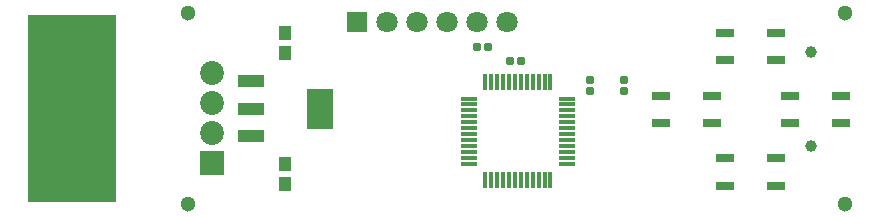
<source format=gbr>
G04 DipTrace 4.3.0.3*
G04 TopMask.gbr*
%MOIN*%
G04 #@! TF.FileFunction,Soldermask,Top*
G04 #@! TF.Part,Single*
%AMOUTLINE1*
4,1,28,
-0.005641,0.013386,
0.005641,0.013386,
0.007554,0.013134,
0.009457,0.012346,
0.011092,0.011092,
0.012346,0.009457,
0.013134,0.007554,
0.013386,0.005641,
0.013386,-0.005641,
0.013134,-0.007554,
0.012346,-0.009457,
0.011092,-0.011092,
0.009457,-0.012346,
0.007554,-0.013134,
0.005641,-0.013386,
-0.005641,-0.013386,
-0.007554,-0.013134,
-0.009457,-0.012346,
-0.011092,-0.011092,
-0.012346,-0.009457,
-0.013134,-0.007554,
-0.013386,-0.005641,
-0.013386,0.005641,
-0.013134,0.007554,
-0.012346,0.009457,
-0.011092,0.011092,
-0.009457,0.012346,
-0.007554,0.013134,
-0.005641,0.013386,
0*%
%AMOUTLINE4*
4,1,28,
0.005641,-0.013386,
-0.005641,-0.013386,
-0.007554,-0.013134,
-0.009457,-0.012346,
-0.011092,-0.011092,
-0.012346,-0.009457,
-0.013134,-0.007554,
-0.013386,-0.005641,
-0.013386,0.005641,
-0.013134,0.007554,
-0.012346,0.009457,
-0.011092,0.011092,
-0.009457,0.012346,
-0.007554,0.013134,
-0.005641,0.013386,
0.005641,0.013386,
0.007554,0.013134,
0.009457,0.012346,
0.011092,0.011092,
0.012346,0.009457,
0.013134,0.007554,
0.013386,0.005641,
0.013386,-0.005641,
0.013134,-0.007554,
0.012346,-0.009457,
0.011092,-0.011092,
0.009457,-0.012346,
0.007554,-0.013134,
0.005641,-0.013386,
0*%
%AMOUTLINE7*
4,1,28,
0.013386,0.005641,
0.013386,-0.005641,
0.013134,-0.007554,
0.012346,-0.009457,
0.011092,-0.011092,
0.009457,-0.012346,
0.007554,-0.013134,
0.005641,-0.013386,
-0.005641,-0.013386,
-0.007554,-0.013134,
-0.009457,-0.012346,
-0.011092,-0.011092,
-0.012346,-0.009457,
-0.013134,-0.007554,
-0.013386,-0.005641,
-0.013386,0.005641,
-0.013134,0.007554,
-0.012346,0.009457,
-0.011092,0.011092,
-0.009457,0.012346,
-0.007554,0.013134,
-0.005641,0.013386,
0.005641,0.013386,
0.007554,0.013134,
0.009457,0.012346,
0.011092,0.011092,
0.012346,0.009457,
0.013134,0.007554,
0.013386,0.005641,
0*%
%AMOUTLINE10*
4,1,28,
-0.013386,-0.005641,
-0.013386,0.005641,
-0.013134,0.007554,
-0.012346,0.009457,
-0.011092,0.011092,
-0.009457,0.012346,
-0.007554,0.013134,
-0.005641,0.013386,
0.005641,0.013386,
0.007554,0.013134,
0.009457,0.012346,
0.011092,0.011092,
0.012346,0.009457,
0.013134,0.007554,
0.013386,0.005641,
0.013386,-0.005641,
0.013134,-0.007554,
0.012346,-0.009457,
0.011092,-0.011092,
0.009457,-0.012346,
0.007554,-0.013134,
0.005641,-0.013386,
-0.005641,-0.013386,
-0.007554,-0.013134,
-0.009457,-0.012346,
-0.011092,-0.011092,
-0.012346,-0.009457,
-0.013134,-0.007554,
-0.013386,-0.005641,
0*%
%AMOUTLINE13*
4,1,28,
0.006035,-0.013386,
-0.006035,-0.013386,
-0.007948,-0.013134,
-0.009851,-0.012346,
-0.011485,-0.011092,
-0.012739,-0.009457,
-0.013528,-0.007554,
-0.01378,-0.005641,
-0.01378,0.005641,
-0.013528,0.007554,
-0.012739,0.009457,
-0.011485,0.011092,
-0.009851,0.012346,
-0.007948,0.013134,
-0.006035,0.013386,
0.006035,0.013386,
0.007948,0.013134,
0.009851,0.012346,
0.011485,0.011092,
0.012739,0.009457,
0.013528,0.007554,
0.01378,0.005641,
0.01378,-0.005641,
0.013528,-0.007554,
0.012739,-0.009457,
0.011485,-0.011092,
0.009851,-0.012346,
0.007948,-0.013134,
0.006035,-0.013386,
0*%
%AMOUTLINE16*
4,1,28,
-0.006035,0.013386,
0.006035,0.013386,
0.007948,0.013134,
0.009851,0.012346,
0.011485,0.011092,
0.012739,0.009457,
0.013528,0.007554,
0.01378,0.005641,
0.01378,-0.005641,
0.013528,-0.007554,
0.012739,-0.009457,
0.011485,-0.011092,
0.009851,-0.012346,
0.007948,-0.013134,
0.006035,-0.013386,
-0.006035,-0.013386,
-0.007948,-0.013134,
-0.009851,-0.012346,
-0.011485,-0.011092,
-0.012739,-0.009457,
-0.013528,-0.007554,
-0.01378,-0.005641,
-0.01378,0.005641,
-0.013528,0.007554,
-0.012739,0.009457,
-0.011485,0.011092,
-0.009851,0.012346,
-0.007948,0.013134,
-0.006035,0.013386,
0*%
%AMOUTLINE19*
4,1,28,
-0.013386,-0.006035,
-0.013386,0.006035,
-0.013134,0.007948,
-0.012346,0.009851,
-0.011092,0.011485,
-0.009457,0.012739,
-0.007554,0.013528,
-0.005641,0.01378,
0.005641,0.01378,
0.007554,0.013528,
0.009457,0.012739,
0.011092,0.011485,
0.012346,0.009851,
0.013134,0.007948,
0.013386,0.006035,
0.013386,-0.006035,
0.013134,-0.007948,
0.012346,-0.009851,
0.011092,-0.011485,
0.009457,-0.012739,
0.007554,-0.013528,
0.005641,-0.01378,
-0.005641,-0.01378,
-0.007554,-0.013528,
-0.009457,-0.012739,
-0.011092,-0.011485,
-0.012346,-0.009851,
-0.013134,-0.007948,
-0.013386,-0.006035,
0*%
%AMOUTLINE22*
4,1,28,
0.013386,0.006035,
0.013386,-0.006035,
0.013134,-0.007948,
0.012346,-0.009851,
0.011092,-0.011485,
0.009457,-0.012739,
0.007554,-0.013528,
0.005641,-0.01378,
-0.005641,-0.01378,
-0.007554,-0.013528,
-0.009457,-0.012739,
-0.011092,-0.011485,
-0.012346,-0.009851,
-0.013134,-0.007948,
-0.013386,-0.006035,
-0.013386,0.006035,
-0.013134,0.007948,
-0.012346,0.009851,
-0.011092,0.011485,
-0.009457,0.012739,
-0.007554,0.013528,
-0.005641,0.01378,
0.005641,0.01378,
0.007554,0.013528,
0.009457,0.012739,
0.011092,0.011485,
0.012346,0.009851,
0.013134,0.007948,
0.013386,0.006035,
0*%
%AMOUTLINE25*
4,1,28,
0.002885,-0.026772,
-0.002885,-0.026772,
-0.004085,-0.026614,
-0.005323,-0.026101,
-0.006387,-0.025285,
-0.007203,-0.024221,
-0.007716,-0.022983,
-0.007874,-0.021783,
-0.007874,0.021783,
-0.007716,0.022983,
-0.007203,0.024221,
-0.006387,0.025285,
-0.005323,0.026101,
-0.004085,0.026614,
-0.002885,0.026772,
0.002885,0.026772,
0.004085,0.026614,
0.005323,0.026101,
0.006387,0.025285,
0.007203,0.024221,
0.007716,0.022983,
0.007874,0.021783,
0.007874,-0.021783,
0.007716,-0.022983,
0.007203,-0.024221,
0.006387,-0.025285,
0.005323,-0.026101,
0.004085,-0.026614,
0.002885,-0.026772,
0*%
%AMOUTLINE28*
4,1,28,
0.026772,0.002885,
0.026772,-0.002885,
0.026614,-0.004085,
0.026101,-0.005323,
0.025285,-0.006387,
0.024221,-0.007203,
0.022983,-0.007716,
0.021783,-0.007874,
-0.021783,-0.007874,
-0.022983,-0.007716,
-0.024221,-0.007203,
-0.025285,-0.006387,
-0.026101,-0.005323,
-0.026614,-0.004085,
-0.026772,-0.002885,
-0.026772,0.002885,
-0.026614,0.004085,
-0.026101,0.005323,
-0.025285,0.006387,
-0.024221,0.007203,
-0.022983,0.007716,
-0.021783,0.007874,
0.021783,0.007874,
0.022983,0.007716,
0.024221,0.007203,
0.025285,0.006387,
0.026101,0.005323,
0.026614,0.004085,
0.026772,0.002885,
0*%
%AMOUTLINE31*
4,1,28,
-0.002885,0.026772,
0.002885,0.026772,
0.004085,0.026614,
0.005323,0.026101,
0.006387,0.025285,
0.007203,0.024221,
0.007716,0.022983,
0.007874,0.021783,
0.007874,-0.021783,
0.007716,-0.022983,
0.007203,-0.024221,
0.006387,-0.025285,
0.005323,-0.026101,
0.004085,-0.026614,
0.002885,-0.026772,
-0.002885,-0.026772,
-0.004085,-0.026614,
-0.005323,-0.026101,
-0.006387,-0.025285,
-0.007203,-0.024221,
-0.007716,-0.022983,
-0.007874,-0.021783,
-0.007874,0.021783,
-0.007716,0.022983,
-0.007203,0.024221,
-0.006387,0.025285,
-0.005323,0.026101,
-0.004085,0.026614,
-0.002885,0.026772,
0*%
%AMOUTLINE34*
4,1,28,
-0.026772,-0.002885,
-0.026772,0.002885,
-0.026614,0.004085,
-0.026101,0.005323,
-0.025285,0.006387,
-0.024221,0.007203,
-0.022983,0.007716,
-0.021783,0.007874,
0.021783,0.007874,
0.022983,0.007716,
0.024221,0.007203,
0.025285,0.006387,
0.026101,0.005323,
0.026614,0.004085,
0.026772,0.002885,
0.026772,-0.002885,
0.026614,-0.004085,
0.026101,-0.005323,
0.025285,-0.006387,
0.024221,-0.007203,
0.022983,-0.007716,
0.021783,-0.007874,
-0.021783,-0.007874,
-0.022983,-0.007716,
-0.024221,-0.007203,
-0.025285,-0.006387,
-0.026101,-0.005323,
-0.026614,-0.004085,
-0.026772,-0.002885,
0*%
%ADD28C,0.03937*%
%ADD33C,0.051181*%
%ADD38R,0.088583X0.13189*%
%ADD40R,0.088583X0.041339*%
%ADD42R,0.062992X0.031496*%
%ADD45C,0.079528*%
%ADD47R,0.079528X0.079528*%
%ADD49C,0.070866*%
%ADD51R,0.070866X0.070866*%
%ADD61R,0.259843X0.074803*%
%ADD63R,0.043307X0.047244*%
%ADD70OUTLINE1*%
%ADD73OUTLINE4*%
%ADD76OUTLINE7*%
%ADD79OUTLINE10*%
%ADD82OUTLINE13*%
%ADD85OUTLINE16*%
%ADD88OUTLINE19*%
%ADD91OUTLINE22*%
%ADD94OUTLINE25*%
%ADD97OUTLINE28*%
%ADD100OUTLINE31*%
%ADD103OUTLINE34*%
%FSLAX26Y26*%
G04*
G70*
G90*
G75*
G01*
G04 TopMask*
%LPD*%
D63*
X1247441Y564665D3*
Y497736D3*
Y935238D3*
Y1002167D3*
D70*
X1996297Y908997D3*
D73*
X2032911D3*
D76*
X2375566Y846383D3*
D79*
Y809769D3*
D33*
X922441Y431211D3*
X922440Y1068702D3*
X3113071Y1068692D3*
X3113067Y431201D3*
G36*
X683883Y1062451D2*
X390920D1*
Y437451D1*
X683883D1*
Y1062451D1*
G37*
D61*
X540576Y499951D3*
Y599951D3*
Y699951D3*
Y799951D3*
Y899951D3*
Y999951D3*
D28*
X2999951Y624951D3*
Y939912D3*
D51*
X1484941Y1037451D3*
D49*
X1584941D3*
X1684941D3*
X1784941D3*
X1884941D3*
X1984941D3*
D47*
X1001285Y566772D3*
D45*
Y666772D3*
X1001294Y766772D3*
X1001285Y866772D3*
D82*
X1921997Y956201D3*
D85*
X1885383D3*
D88*
X2263066Y809769D3*
D91*
Y846383D3*
D42*
X2713262Y912083D3*
Y1002634D3*
X2883932D3*
Y912083D3*
X2497638Y702707D3*
Y793259D3*
X2668307D3*
Y702707D3*
X2928888D3*
Y793259D3*
X3099558D3*
Y702707D3*
X2713262Y493333D3*
Y583885D3*
X2883932D3*
Y493333D3*
D94*
X2130709Y837550D3*
X2111024D3*
X2091339D3*
X2071654D3*
X2051969D3*
X2032283D3*
X2012598D3*
X1992913D3*
X1973228D3*
X1953543D3*
X1933858D3*
X1914173D3*
D97*
X1859843Y783219D3*
Y763534D3*
Y743849D3*
Y724164D3*
Y704479D3*
Y684794D3*
Y665109D3*
Y645424D3*
Y625739D3*
Y606054D3*
Y586369D3*
Y566684D3*
D100*
X1914173Y512353D3*
X1933858D3*
X1953543D3*
X1973228D3*
X1992913D3*
X2012598D3*
X2032283D3*
X2051969D3*
X2071654D3*
X2091339D3*
X2111024D3*
X2130709D3*
D103*
X2185039Y566684D3*
Y586369D3*
Y606054D3*
Y625739D3*
Y645424D3*
Y665109D3*
Y684794D3*
Y704479D3*
Y724164D3*
Y743849D3*
Y763534D3*
Y783219D3*
D40*
X1133269Y840503D3*
Y749951D3*
Y659400D3*
D38*
X1361615Y749951D3*
M02*

</source>
